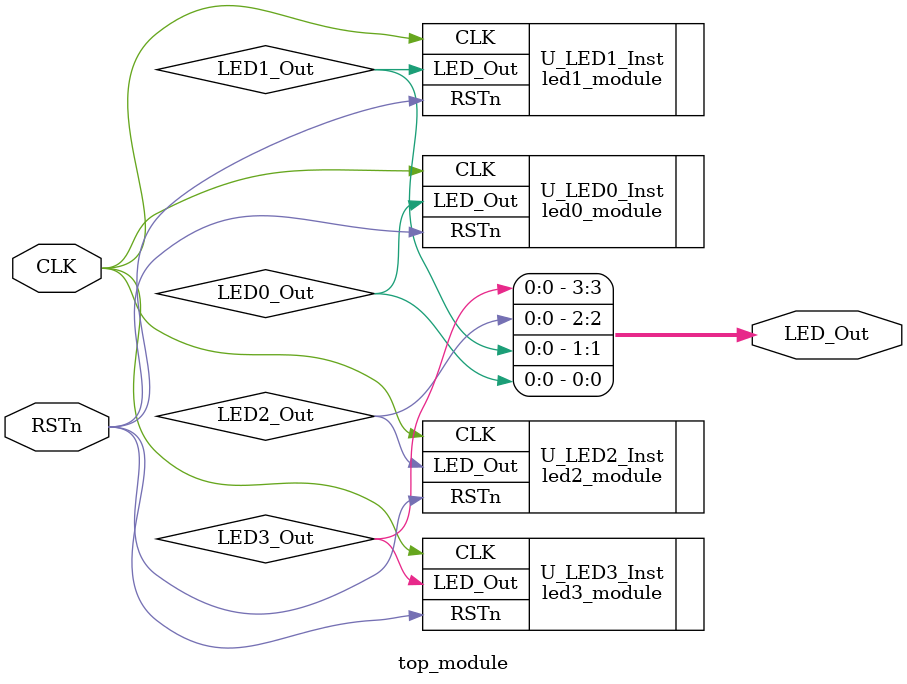
<source format=v>

module top_module
(
	CLK, RSTn, LED_Out
);

	input CLK;
	input RSTn;
	output [3:0]LED_Out;
	
	
	//////////////////////////////////////////////////
	
	wire LED0_Out;
	
	led0_module U_LED0_Inst(
		.CLK(CLK),
		.RSTn(RSTn),
		.LED_Out(LED0_Out)
	);
	
	
	//////////////////////////////////////////////////////
	
	wire LED1_Out;
	
	led1_module U_LED1_Inst(
		.CLK(CLK),
		.RSTn(RSTn),
		.LED_Out(LED1_Out)
	);
	
	//////////////////////////////////////////////////////
	
	wire LED2_Out;
	
	led2_module U_LED2_Inst(
		.CLK(CLK),
		.RSTn(RSTn),
		.LED_Out(LED2_Out)
	);
	
	/////////////////////////////////////////////////////////
	
	wire LED3_Out;
	
	led3_module U_LED3_Inst(
		.CLK(CLK),
		.RSTn(RSTn),
		.LED_Out(LED3_Out)
	);
	
	////////////////////////////////////////////////////////////
	
	
	assign LED_Out = {LED3_Out, LED2_Out, LED1_Out, LED0_Out};
	
endmodule
	
</source>
